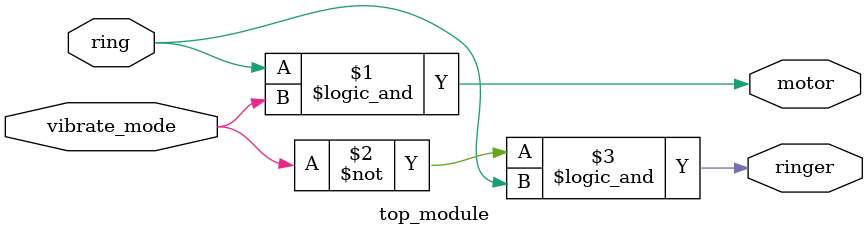
<source format=v>
/* Suppose you are designing a circuit to control a cellphone's ringer and vibration motor. Whenever the phone needs to ring from an incoming call (input ring), your circuit must either turn on the ringer (output ringer = 1) or the motor (output motor = 1), but not both. 
If the phone is in vibrate mode (input vibrate_mode = 1), turn on the motor. Otherwise, turn on the ringer. */

module top_module (
    input ring,
    input vibrate_mode,
    output ringer,       // Make sound
    output motor         // Vibrate
);

    assign motor = ring && vibrate_mode;
    assign ringer = ~(vibrate_mode) && ring; 
    
endmodule

</source>
